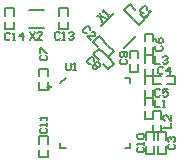
<source format=gto>
%FSLAX24Y24*%
%MOIN*%
G70*
G01*
G75*
G04 Layer_Color=65535*
%ADD10R,0.0394X0.0709*%
%ADD11R,0.0197X0.0236*%
%ADD12R,0.0197X0.0256*%
%ADD13R,0.0236X0.0197*%
%ADD14R,0.0400X0.0370*%
G04:AMPARAMS|DCode=15|XSize=47.2mil|YSize=43.3mil|CornerRadius=0mil|HoleSize=0mil|Usage=FLASHONLY|Rotation=225.000|XOffset=0mil|YOffset=0mil|HoleType=Round|Shape=Rectangle|*
%AMROTATEDRECTD15*
4,1,4,0.0014,0.0320,0.0320,0.0014,-0.0014,-0.0320,-0.0320,-0.0014,0.0014,0.0320,0.0*
%
%ADD15ROTATEDRECTD15*%

%ADD16O,0.0256X0.0079*%
%ADD17O,0.0079X0.0256*%
%ADD18R,0.1850X0.1850*%
G04:AMPARAMS|DCode=19|XSize=19.7mil|YSize=23.6mil|CornerRadius=0mil|HoleSize=0mil|Usage=FLASHONLY|Rotation=225.000|XOffset=0mil|YOffset=0mil|HoleType=Round|Shape=Rectangle|*
%AMROTATEDRECTD19*
4,1,4,-0.0014,0.0153,0.0153,-0.0014,0.0014,-0.0153,-0.0153,0.0014,-0.0014,0.0153,0.0*
%
%ADD19ROTATEDRECTD19*%

%ADD20C,0.0060*%
%ADD21C,0.0080*%
%ADD22C,0.0370*%
%ADD23C,0.0090*%
%ADD24C,0.0240*%
%ADD25C,0.0260*%
%ADD26C,0.0098*%
%ADD27C,0.0079*%
%ADD28C,0.0050*%
D20*
X-2988Y2786D02*
Y3042D01*
Y3238D02*
Y3494D01*
X-2712Y2786D02*
Y3042D01*
Y3238D02*
Y3494D01*
X-2988D02*
X-2712D01*
X-2988Y2786D02*
X-2712D01*
X-1188D02*
Y3042D01*
Y3238D02*
Y3494D01*
X-912Y2786D02*
Y3042D01*
Y3238D02*
Y3494D01*
X-1188D02*
X-912D01*
X-1188Y2786D02*
X-912D01*
X1928Y1678D02*
Y1934D01*
Y1226D02*
Y1482D01*
X1652Y1678D02*
X1652Y1934D01*
Y1226D02*
Y1482D01*
Y1226D02*
X1928Y1226D01*
X1652Y1934D02*
X1928Y1934D01*
X2208Y-192D02*
Y64D01*
Y-644D02*
Y-388D01*
X1932Y-192D02*
Y64D01*
Y-644D02*
Y-388D01*
Y-644D02*
X2208D01*
X1932Y64D02*
X2208D01*
X1928Y258D02*
Y514D01*
Y-194D02*
Y62D01*
X1652Y258D02*
X1652Y514D01*
Y-194D02*
Y62D01*
Y-194D02*
X1928D01*
X1652Y514D02*
X1928D01*
Y2388D02*
Y2644D01*
Y1936D02*
Y2192D01*
X1652Y2388D02*
Y2644D01*
Y1936D02*
Y2192D01*
Y1936D02*
X1928D01*
X1652Y2644D02*
X1928D01*
Y968D02*
Y1224D01*
Y516D02*
Y772D01*
X1652Y968D02*
Y1224D01*
Y516D02*
X1652Y772D01*
X1652Y516D02*
X1928D01*
X1652Y1224D02*
X1928D01*
X2082Y-1354D02*
Y-1098D01*
Y-646D02*
X2082Y-902D01*
X2358Y-1354D02*
Y-1098D01*
Y-902D02*
Y-646D01*
X2082D02*
X2358D01*
X2082Y-1354D02*
X2358D01*
X2398Y952D02*
X2654D01*
X1946D02*
X2202D01*
X2398Y1228D02*
X2654D01*
X1946D02*
X2202D01*
X1946Y952D02*
Y1228D01*
X2654Y952D02*
Y1228D01*
X1702Y-1354D02*
X1978D01*
X1702Y-646D02*
X1978D01*
Y-902D02*
Y-646D01*
Y-1354D02*
Y-1098D01*
X1702Y-902D02*
Y-646D01*
Y-1354D02*
Y-1098D01*
X1173Y3220D02*
X1270Y3123D01*
X212Y2900D02*
X630Y3318D01*
X311Y2370D02*
X414Y2267D01*
X950Y2162D02*
X1365Y2577D01*
X-1858Y-1474D02*
X-1582D01*
X-1858Y-766D02*
X-1582D01*
Y-1022D02*
Y-766D01*
Y-1474D02*
Y-1218D01*
X-1858Y-1022D02*
Y-766D01*
Y-1474D02*
Y-1218D01*
X1152Y2074D02*
X1428D01*
X1152Y1366D02*
X1428D01*
X1152D02*
Y1622D01*
Y1818D02*
Y2074D01*
X1428Y1366D02*
Y1622D01*
Y1818D02*
Y2074D01*
X-58Y1953D02*
X137Y2148D01*
X443Y1452D02*
X638Y1647D01*
X262Y1633D02*
X443Y1452D01*
X-58Y1953D02*
X123Y1772D01*
X457Y1828D02*
X638Y1647D01*
X137Y2148D02*
X318Y1967D01*
X-1858Y1472D02*
X-1582D01*
X-1858Y764D02*
X-1582D01*
X-1858D02*
Y1020D01*
Y1217D02*
Y1472D01*
X-1582Y764D02*
Y1020D01*
Y1217D02*
Y1472D01*
X-78Y2373D02*
X117Y2568D01*
X423Y1872D02*
X618Y2067D01*
X242Y2053D02*
X423Y1872D01*
X-78Y2373D02*
X103Y2192D01*
X437Y2248D02*
X618Y2067D01*
X117Y2568D02*
X298Y2387D01*
X1473Y2922D02*
X1668Y3117D01*
X972Y3423D02*
X1167Y3618D01*
X1348Y3437D01*
X1487Y3298D02*
X1668Y3117D01*
X972Y3423D02*
X1153Y3242D01*
X1292Y3103D02*
X1473Y2922D01*
D26*
X-1486Y866D02*
G03*
X-1486Y866I-49J0D01*
G01*
D27*
X-2186Y2845D02*
X-1714D01*
X-2186Y3435D02*
X-1714D01*
X-1181Y984D02*
X-984Y1181D01*
X984D02*
X1181D01*
Y984D02*
Y1181D01*
Y-1181D02*
Y-984D01*
X984Y-1181D02*
X1181D01*
X-1181D02*
X-984D01*
X-1181D02*
Y-984D01*
D28*
X-2170Y2700D02*
X-2003Y2450D01*
Y2700D02*
X-2170Y2450D01*
X-1753D02*
X-1920D01*
X-1753Y2617D01*
Y2658D01*
X-1795Y2700D01*
X-1878D01*
X-1920Y2658D01*
X-2833Y2638D02*
X-2875Y2680D01*
X-2958D01*
X-3000Y2638D01*
Y2472D01*
X-2958Y2430D01*
X-2875D01*
X-2833Y2472D01*
X-2750Y2430D02*
X-2667D01*
X-2708D01*
Y2680D01*
X-2750Y2638D01*
X-2417Y2430D02*
Y2680D01*
X-2542Y2555D01*
X-2375D01*
X-1173Y2658D02*
X-1215Y2700D01*
X-1298D01*
X-1340Y2658D01*
Y2492D01*
X-1298Y2450D01*
X-1215D01*
X-1173Y2492D01*
X-1090Y2450D02*
X-1007D01*
X-1048D01*
Y2700D01*
X-1090Y2658D01*
X-882D02*
X-840Y2700D01*
X-757D01*
X-715Y2658D01*
Y2617D01*
X-757Y2575D01*
X-799D01*
X-757D01*
X-715Y2533D01*
Y2492D01*
X-757Y2450D01*
X-840D01*
X-882Y2492D01*
X2000Y1900D02*
Y1650D01*
X2167D01*
X2250Y1858D02*
X2292Y1900D01*
X2375D01*
X2417Y1858D01*
Y1817D01*
X2375Y1775D01*
X2333D01*
X2375D01*
X2417Y1733D01*
Y1692D01*
X2375Y1650D01*
X2292D01*
X2250Y1692D01*
X2280Y-500D02*
X2530D01*
Y-333D01*
Y-83D02*
Y-250D01*
X2363Y-83D01*
X2322D01*
X2280Y-125D01*
Y-208D01*
X2322Y-250D01*
X2000Y450D02*
Y200D01*
X2167D01*
X2250D02*
X2333D01*
X2292D01*
Y450D01*
X2250Y408D01*
X2042Y2247D02*
X2000Y2205D01*
Y2122D01*
X2042Y2080D01*
X2208D01*
X2250Y2122D01*
Y2205D01*
X2208Y2247D01*
X2000Y2497D02*
X2042Y2413D01*
X2125Y2330D01*
X2208D01*
X2250Y2372D01*
Y2455D01*
X2208Y2497D01*
X2167D01*
X2125Y2455D01*
Y2330D01*
X2167Y758D02*
X2125Y800D01*
X2042D01*
X2000Y758D01*
Y592D01*
X2042Y550D01*
X2125D01*
X2167Y592D01*
X2417Y800D02*
X2250D01*
Y675D01*
X2333Y717D01*
X2375D01*
X2417Y675D01*
Y592D01*
X2375Y550D01*
X2292D01*
X2250Y592D01*
X2462Y-1043D02*
X2420Y-1085D01*
Y-1168D01*
X2462Y-1210D01*
X2628D01*
X2670Y-1168D01*
Y-1085D01*
X2628Y-1043D01*
X2462Y-960D02*
X2420Y-918D01*
Y-835D01*
X2462Y-793D01*
X2503D01*
X2545Y-835D01*
Y-877D01*
Y-835D01*
X2587Y-793D01*
X2628D01*
X2670Y-835D01*
Y-918D01*
X2628Y-960D01*
X2277Y1498D02*
X2235Y1540D01*
X2152D01*
X2110Y1498D01*
Y1332D01*
X2152Y1290D01*
X2235D01*
X2277Y1332D01*
X2485Y1290D02*
Y1540D01*
X2360Y1415D01*
X2527D01*
X-165Y2769D02*
Y2828D01*
X-224Y2887D01*
X-283D01*
X-401Y2769D01*
Y2711D01*
X-342Y2652D01*
X-283D01*
X-135Y2445D02*
X-253Y2563D01*
X-18D01*
X12Y2593D01*
Y2652D01*
X-47Y2711D01*
X-106D01*
X872Y1787D02*
X830Y1745D01*
Y1662D01*
X872Y1620D01*
X1038D01*
X1080Y1662D01*
Y1745D01*
X1038Y1787D01*
Y1870D02*
X1080Y1912D01*
Y1995D01*
X1038Y2037D01*
X872D01*
X830Y1995D01*
Y1912D01*
X872Y1870D01*
X913D01*
X955Y1912D01*
Y2037D01*
X-1801Y1919D02*
X-1842Y1877D01*
Y1794D01*
X-1801Y1752D01*
X-1634D01*
X-1593Y1794D01*
Y1877D01*
X-1634Y1919D01*
X-1842Y2002D02*
Y2168D01*
X-1801D01*
X-1634Y2002D01*
X-1593D01*
X-25Y1749D02*
Y1808D01*
X-84Y1867D01*
X-143D01*
X-261Y1749D01*
Y1691D01*
X-202Y1632D01*
X-143D01*
X34Y1691D02*
X93D01*
X152Y1632D01*
Y1573D01*
X122Y1543D01*
X63D01*
X63Y1484D01*
X34Y1455D01*
X-25D01*
X-84Y1514D01*
Y1573D01*
X-54Y1602D01*
X5Y1602D01*
Y1661D01*
X34Y1691D01*
X5Y1602D02*
X63Y1543D01*
X-1800Y-513D02*
X-1842Y-555D01*
Y-638D01*
X-1800Y-680D01*
X-1634D01*
X-1592Y-638D01*
Y-555D01*
X-1634Y-513D01*
X-1592Y-430D02*
Y-347D01*
Y-388D01*
X-1842D01*
X-1800Y-430D01*
X-1592Y-222D02*
Y-139D01*
Y-180D01*
X-1842D01*
X-1800Y-222D01*
X-970Y1670D02*
Y1462D01*
X-928Y1420D01*
X-845D01*
X-803Y1462D01*
Y1670D01*
X-720Y1420D02*
X-637D01*
X-678D01*
Y1670D01*
X-720Y1628D01*
X63Y3227D02*
X358Y3168D01*
X181Y3345D02*
X240Y3050D01*
X417Y3227D02*
X476Y3286D01*
X446Y3256D01*
X269Y3433D01*
Y3374D01*
X1745Y3449D02*
Y3508D01*
X1686Y3567D01*
X1627D01*
X1509Y3449D01*
Y3391D01*
X1568Y3332D01*
X1627D01*
X1657Y3243D02*
X1716Y3184D01*
X1686Y3214D01*
X1863Y3391D01*
X1804D01*
X1432Y-1143D02*
X1390Y-1185D01*
Y-1268D01*
X1432Y-1310D01*
X1598D01*
X1640Y-1268D01*
Y-1185D01*
X1598Y-1143D01*
X1640Y-1060D02*
Y-977D01*
Y-1018D01*
X1390D01*
X1432Y-1060D01*
Y-852D02*
X1390Y-810D01*
Y-727D01*
X1432Y-685D01*
X1598D01*
X1640Y-727D01*
Y-810D01*
X1598Y-852D01*
X1432D01*
M02*

</source>
